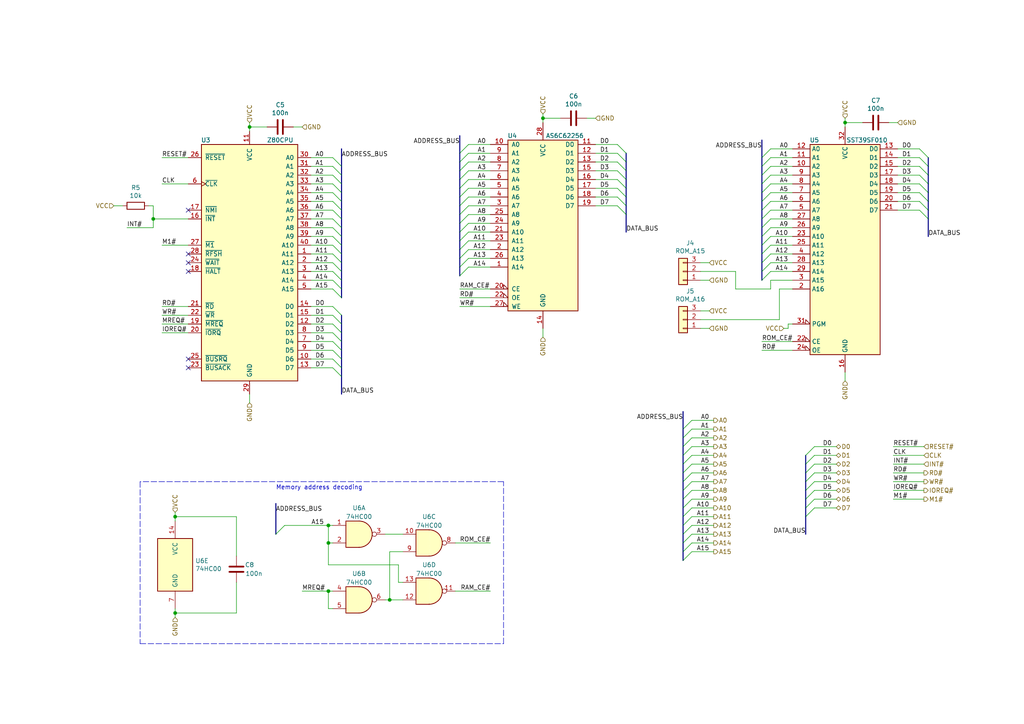
<source format=kicad_sch>
(kicad_sch (version 20211123) (generator eeschema)
  (paper "A4")
  (title_block (title "ZComputer Main System") (date "2021-10-18") (rev "v1.4") (company "Maxime Chretien") (comment 1 "mchretien@linuxmail.org"))
  (lib_symbols
    (symbol "74xx:74HC00" (pin_names (offset 1.016))
      (property "Reference" "U" (at 0 1.27 0))
      (property "Value" "74HC00" (at 0 -1.27 0))
      (symbol "74HC00_1_1"
        (arc (start 0 -3.81) (mid 3.81 0) (end 0 3.81) (stroke (width 0.254)) (fill (type background)))
        (polyline (pts (xy 0 3.81) (xy -3.81 3.81) (xy -3.81 -3.81) (xy 0 -3.81)) (stroke (width 0.254)) (fill (type background)))
        (pin input line (at -7.62 2.54 0) (length 3.81) (name "~") (number "1"))
        (pin input line (at -7.62 -2.54 0) (length 3.81) (name "~") (number "2"))
        (pin output inverted (at 7.62 0 180) (length 3.81) (name "~") (number "3"))
      )
      (symbol "74HC00_1_2"
        (arc (start -3.81 -3.81) (mid -2.589 0) (end -3.81 3.81) (stroke (width 0.254)))
        (arc (start -0.6096 -3.81) (mid 2.1842 -2.5851) (end 3.81 0) (stroke (width 0.254)) (fill (type background)))
        (polyline (pts (xy -3.81 -3.81) (xy -0.635 -3.81)) (stroke (width 0.254)) (fill (type background)))
        (polyline (pts (xy -3.81 3.81) (xy -0.635 3.81)) (stroke (width 0.254)) (fill (type background)))
        (polyline (pts (xy -0.635 3.81) (xy -3.81 3.81) (xy -3.81 3.81) (xy -3.556 3.4036) (xy -3.0226 2.2606) (xy -2.6924 1.0414) (xy -2.6162 -0.254) (xy -2.7686 -1.4986) (xy -3.175 -2.7178) (xy -3.81 -3.81) (xy -3.81 -3.81) (xy -0.635 -3.81)) (stroke (width -25.4)) (fill (type background)))
        (arc (start 3.81 0) (mid 2.1915 2.5936) (end -0.6096 3.81) (stroke (width 0.254)) (fill (type background)))
        (pin input inverted (at -7.62 2.54 0) (length 4.318) (name "~") (number "1"))
        (pin input inverted (at -7.62 -2.54 0) (length 4.318) (name "~") (number "2"))
        (pin output line (at 7.62 0 180) (length 3.81) (name "~") (number "3"))
      )
      (symbol "74HC00_2_1"
        (arc (start 0 -3.81) (mid 3.81 0) (end 0 3.81) (stroke (width 0.254)) (fill (type background)))
        (polyline (pts (xy 0 3.81) (xy -3.81 3.81) (xy -3.81 -3.81) (xy 0 -3.81)) (stroke (width 0.254)) (fill (type background)))
        (pin input line (at -7.62 2.54 0) (length 3.81) (name "~") (number "4"))
        (pin input line (at -7.62 -2.54 0) (length 3.81) (name "~") (number "5"))
        (pin output inverted (at 7.62 0 180) (length 3.81) (name "~") (number "6"))
      )
      (symbol "74HC00_2_2"
        (arc (start -3.81 -3.81) (mid -2.589 0) (end -3.81 3.81) (stroke (width 0.254)))
        (arc (start -0.6096 -3.81) (mid 2.1842 -2.5851) (end 3.81 0) (stroke (width 0.254)) (fill (type background)))
        (polyline (pts (xy -3.81 -3.81) (xy -0.635 -3.81)) (stroke (width 0.254)) (fill (type background)))
        (polyline (pts (xy -3.81 3.81) (xy -0.635 3.81)) (stroke (width 0.254)) (fill (type background)))
        (polyline (pts (xy -0.635 3.81) (xy -3.81 3.81) (xy -3.81 3.81) (xy -3.556 3.4036) (xy -3.0226 2.2606) (xy -2.6924 1.0414) (xy -2.6162 -0.254) (xy -2.7686 -1.4986) (xy -3.175 -2.7178) (xy -3.81 -3.81) (xy -3.81 -3.81) (xy -0.635 -3.81)) (stroke (width -25.4)) (fill (type background)))
        (arc (start 3.81 0) (mid 2.1915 2.5936) (end -0.6096 3.81) (stroke (width 0.254)) (fill (type background)))
        (pin input inverted (at -7.62 2.54 0) (length 4.318) (name "~") (number "4"))
        (pin input inverted (at -7.62 -2.54 0) (length 4.318) (name "~") (number "5"))
        (pin output line (at 7.62 0 180) (length 3.81) (name "~") (number "6"))
      )
      (symbol "74HC00_3_1"
        (arc (start 0 -3.81) (mid 3.81 0) (end 0 3.81) (stroke (width 0.254)) (fill (type background)))
        (polyline (pts (xy 0 3.81) (xy -3.81 3.81) (xy -3.81 -3.81) (xy 0 -3.81)) (stroke (width 0.254)) (fill (type background)))
        (pin input line (at -7.62 -2.54 0) (length 3.81) (name "~") (number "10"))
        (pin output inverted (at 7.62 0 180) (length 3.81) (name "~") (number "8"))
        (pin input line (at -7.62 2.54 0) (length 3.81) (name "~") (number "9"))
      )
      (symbol "74HC00_3_2"
        (arc (start -3.81 -3.81) (mid -2.589 0) (end -3.81 3.81) (stroke (width 0.254)))
        (arc (start -0.6096 -3.81) (mid 2.1842 -2.5851) (end 3.81 0) (stroke (width 0.254)) (fill (type background)))
        (polyline (pts (xy -3.81 -3.81) (xy -0.635 -3.81)) (stroke (width 0.254)) (fill (type background)))
        (polyline (pts (xy -3.81 3.81) (xy -0.635 3.81)) (stroke (width 0.254)) (fill (type background)))
        (polyline (pts (xy -0.635 3.81) (xy -3.81 3.81) (xy -3.81 3.81) (xy -3.556 3.4036) (xy -3.0226 2.2606) (xy -2.6924 1.0414) (xy -2.6162 -0.254) (xy -2.7686 -1.4986) (xy -3.175 -2.7178) (xy -3.81 -3.81) (xy -3.81 -3.81) (xy -0.635 -3.81)) (stroke (width -25.4)) (fill (type background)))
        (arc (start 3.81 0) (mid 2.1915 2.5936) (end -0.6096 3.81) (stroke (width 0.254)) (fill (type background)))
        (pin input inverted (at -7.62 -2.54 0) (length 4.318) (name "~") (number "10"))
        (pin output line (at 7.62 0 180) (length 3.81) (name "~") (number "8"))
        (pin input inverted (at -7.62 2.54 0) (length 4.318) (name "~") (number "9"))
      )
      (symbol "74HC00_4_1"
        (arc (start 0 -3.81) (mid 3.81 0) (end 0 3.81) (stroke (width 0.254)) (fill (type background)))
        (polyline (pts (xy 0 3.81) (xy -3.81 3.81) (xy -3.81 -3.81) (xy 0 -3.81)) (stroke (width 0.254)) (fill (type background)))
        (pin output inverted (at 7.62 0 180) (length 3.81) (name "~") (number "11"))
        (pin input line (at -7.62 2.54 0) (length 3.81) (name "~") (number "12"))
        (pin input line (at -7.62 -2.54 0) (length 3.81) (name "~") (number "13"))
      )
      (symbol "74HC00_4_2"
        (arc (start -3.81 -3.81) (mid -2.589 0) (end -3.81 3.81) (stroke (width 0.254)))
        (arc (start -0.6096 -3.81) (mid 2.1842 -2.5851) (end 3.81 0) (stroke (width 0.254)) (fill (type background)))
        (polyline (pts (xy -3.81 -3.81) (xy -0.635 -3.81)) (stroke (width 0.254)) (fill (type background)))
        (polyline (pts (xy -3.81 3.81) (xy -0.635 3.81)) (stroke (width 0.254)) (fill (type background)))
        (polyline (pts (xy -0.635 3.81) (xy -3.81 3.81) (xy -3.81 3.81) (xy -3.556 3.4036) (xy -3.0226 2.2606) (xy -2.6924 1.0414) (xy -2.6162 -0.254) (xy -2.7686 -1.4986) (xy -3.175 -2.7178) (xy -3.81 -3.81) (xy -3.81 -3.81) (xy -0.635 -3.81)) (stroke (width -25.4)) (fill (type background)))
        (arc (start 3.81 0) (mid 2.1915 2.5936) (end -0.6096 3.81) (stroke (width 0.254)) (fill (type background)))
        (pin output line (at 7.62 0 180) (length 3.81) (name "~") (number "11"))
        (pin input inverted (at -7.62 2.54 0) (length 4.318) (name "~") (number "12"))
        (pin input inverted (at -7.62 -2.54 0) (length 4.318) (name "~") (number "13"))
      )
      (symbol "74HC00_5_0"
        (pin power_in line (at 0 12.7 270) (length 5.08) (name "VCC") (number "14"))
        (pin power_in line (at 0 -12.7 90) (length 5.08) (name "GND") (number "7"))
      )
      (symbol "74HC00_5_1"
        (rectangle (start -5.08 7.62) (end 5.08 -7.62) (stroke (width 0.254)) (fill (type background)))
      )
    )
    (symbol "CPU:Z80CPU" (pin_names (offset 1.016))
      (property "Reference" "U" (at -13.97 35.56 0))
      (property "Value" "Z80CPU" (at 6.35 35.56 0))
      (symbol "Z80CPU_0_1"
        (rectangle (start -13.97 34.29) (end 13.97 -34.29) (stroke (width 0.254)) (fill (type background)))
      )
      (symbol "Z80CPU_1_1"
        (pin output line (at 17.78 2.54 180) (length 3.81) (name "A11") (number "1"))
        (pin bidirectional line (at 17.78 -27.94 180) (length 3.81) (name "D6") (number "10"))
        (pin power_in line (at 0 38.1 270) (length 3.81) (name "VCC") (number "11"))
        (pin bidirectional line (at 17.78 -17.78 180) (length 3.81) (name "D2") (number "12"))
        (pin bidirectional line (at 17.78 -30.48 180) (length 3.81) (name "D7") (number "13"))
        (pin bidirectional line (at 17.78 -12.7 180) (length 3.81) (name "D0") (number "14"))
        (pin bidirectional line (at 17.78 -15.24 180) (length 3.81) (name "D1") (number "15"))
        (pin input line (at -17.78 12.7 0) (length 3.81) (name "~{INT}") (number "16"))
        (pin input line (at -17.78 15.24 0) (length 3.81) (name "~{NMI}") (number "17"))
        (pin output line (at -17.78 -2.54 0) (length 3.81) (name "~{HALT}") (number "18"))
        (pin output line (at -17.78 -17.78 0) (length 3.81) (name "~{MREQ}") (number "19"))
        (pin output line (at 17.78 0 180) (length 3.81) (name "A12") (number "2"))
        (pin output line (at -17.78 -20.32 0) (length 3.81) (name "~{IORQ}") (number "20"))
        (pin output line (at -17.78 -12.7 0) (length 3.81) (name "~{RD}") (number "21"))
        (pin output line (at -17.78 -15.24 0) (length 3.81) (name "~{WR}") (number "22"))
        (pin output line (at -17.78 -30.48 0) (length 3.81) (name "~{BUSACK}") (number "23"))
        (pin input line (at -17.78 0 0) (length 3.81) (name "~{WAIT}") (number "24"))
        (pin input line (at -17.78 -27.94 0) (length 3.81) (name "~{BUSRQ}") (number "25"))
        (pin input line (at -17.78 30.48 0) (length 3.81) (name "~{RESET}") (number "26"))
        (pin output line (at -17.78 5.08 0) (length 3.81) (name "~{M1}") (number "27"))
        (pin output line (at -17.78 2.54 0) (length 3.81) (name "~{RFSH}") (number "28"))
        (pin power_in line (at 0 -38.1 90) (length 3.81) (name "GND") (number "29"))
        (pin output line (at 17.78 -2.54 180) (length 3.81) (name "A13") (number "3"))
        (pin output line (at 17.78 30.48 180) (length 3.81) (name "A0") (number "30"))
        (pin output line (at 17.78 27.94 180) (length 3.81) (name "A1") (number "31"))
        (pin output line (at 17.78 25.4 180) (length 3.81) (name "A2") (number "32"))
        (pin output line (at 17.78 22.86 180) (length 3.81) (name "A3") (number "33"))
        (pin output line (at 17.78 20.32 180) (length 3.81) (name "A4") (number "34"))
        (pin output line (at 17.78 17.78 180) (length 3.81) (name "A5") (number "35"))
        (pin output line (at 17.78 15.24 180) (length 3.81) (name "A6") (number "36"))
        (pin output line (at 17.78 12.7 180) (length 3.81) (name "A7") (number "37"))
        (pin output line (at 17.78 10.16 180) (length 3.81) (name "A8") (number "38"))
        (pin output line (at 17.78 7.62 180) (length 3.81) (name "A9") (number "39"))
        (pin output line (at 17.78 -5.08 180) (length 3.81) (name "A14") (number "4"))
        (pin output line (at 17.78 5.08 180) (length 3.81) (name "A10") (number "40"))
        (pin output line (at 17.78 -7.62 180) (length 3.81) (name "A15") (number "5"))
        (pin input clock (at -17.78 22.86 0) (length 3.81) (name "~{CLK}") (number "6"))
        (pin bidirectional line (at 17.78 -22.86 180) (length 3.81) (name "D4") (number "7"))
        (pin bidirectional line (at 17.78 -20.32 180) (length 3.81) (name "D3") (number "8"))
        (pin bidirectional line (at 17.78 -25.4 180) (length 3.81) (name "D5") (number "9"))
      )
    )
    (symbol "Connector_Generic:Conn_01x03" (pin_names (offset 1.016) hide)
      (property "Reference" "J" (at 0 5.08 0))
      (property "Value" "Conn_01x03" (at 0 -5.08 0))
      (symbol "Conn_01x03_1_1"
        (rectangle (start -1.27 -2.413) (end 0 -2.667) (stroke (width 0.1524)))
        (rectangle (start -1.27 0.127) (end 0 -0.127) (stroke (width 0.1524)))
        (rectangle (start -1.27 2.667) (end 0 2.413) (stroke (width 0.1524)))
        (rectangle (start -1.27 3.81) (end 1.27 -3.81) (stroke (width 0.254)) (fill (type background)))
        (pin passive line (at -5.08 2.54 0) (length 3.81) (name "Pin_1") (number "1"))
        (pin passive line (at -5.08 0 0) (length 3.81) (name "Pin_2") (number "2"))
        (pin passive line (at -5.08 -2.54 0) (length 3.81) (name "Pin_3") (number "3"))
      )
    )
    (symbol "Device:C" (pin_numbers hide) (pin_names (offset 0.254))
      (property "Reference" "C" (at 0.635 2.54 0))
      (property "Value" "C" (at 0.635 -2.54 0))
      (symbol "C_0_1"
        (polyline (pts (xy -2.032 -0.762) (xy 2.032 -0.762)) (stroke (width 0.508)))
        (polyline (pts (xy -2.032 0.762) (xy 2.032 0.762)) (stroke (width 0.508)))
      )
      (symbol "C_1_1"
        (pin passive line (at 0 3.81 270) (length 2.794) (name "~") (number "1"))
        (pin passive line (at 0 -3.81 90) (length 2.794) (name "~") (number "2"))
      )
    )
    (symbol "Device:R" (pin_numbers hide) (pin_names (offset 0))
      (property "Reference" "R" (at 2.032 0 90))
      (property "Value" "R" (at 0 0 90))
      (symbol "R_0_1"
        (rectangle (start -1.016 -2.54) (end 1.016 2.54) (stroke (width 0.254)))
      )
      (symbol "R_1_1"
        (pin passive line (at 0 3.81 270) (length 1.27) (name "~") (number "1"))
        (pin passive line (at 0 -3.81 90) (length 1.27) (name "~") (number "2"))
      )
    )
    (symbol "Perso:AS6C62256" (pin_names (offset 1.016))
      (property "Reference" "U" (at 12.7 -6.35 0))
      (property "Value" "AS6C62256" (at 17.78 -10.16 0))
      (symbol "AS6C62256_1_1"
        (rectangle (start -10.16 24.13) (end 10.16 -25.4) (stroke (width 0.254)) (fill (type background)))
        (pin input line (at -15.24 -12.7 0) (length 5.08) (name "A14") (number "1"))
        (pin input line (at -15.24 22.86 0) (length 5.08) (name "A0") (number "10"))
        (pin tri_state line (at 15.24 22.86 180) (length 5.08) (name "D0") (number "11"))
        (pin tri_state line (at 15.24 20.32 180) (length 5.08) (name "D1") (number "12"))
        (pin tri_state line (at 15.24 17.78 180) (length 5.08) (name "D2") (number "13"))
        (pin power_in line (at 0 -30.48 90) (length 5.08) (name "GND") (number "14"))
        (pin tri_state line (at 15.24 15.24 180) (length 5.08) (name "D3") (number "15"))
        (pin tri_state line (at 15.24 12.7 180) (length 5.08) (name "D4") (number "16"))
        (pin tri_state line (at 15.24 10.16 180) (length 5.08) (name "D5") (number "17"))
        (pin tri_state line (at 15.24 7.62 180) (length 5.08) (name "D6") (number "18"))
        (pin tri_state line (at 15.24 5.08 180) (length 5.08) (name "D7") (number "19"))
        (pin input line (at -15.24 -7.62 0) (length 5.08) (name "A12") (number "2"))
        (pin input input_low (at -15.24 -19.05 0) (length 5.08) (name "CE") (number "20"))
        (pin input line (at -15.24 -2.54 0) (length 5.08) (name "A10") (number "21"))
        (pin input input_low (at -15.24 -21.59 0) (length 5.08) (name "OE") (number "22"))
        (pin input line (at -15.24 -5.08 0) (length 5.08) (name "A11") (number "23"))
        (pin input line (at -15.24 0 0) (length 5.08) (name "A9") (number "24"))
        (pin input line (at -15.24 2.54 0) (length 5.08) (name "A8") (number "25"))
        (pin input line (at -15.24 -10.16 0) (length 5.08) (name "A13") (number "26"))
        (pin input input_low (at -15.24 -24.13 0) (length 5.08) (name "WE") (number "27"))
        (pin power_in line (at 0 29.21 270) (length 5.08) (name "VCC") (number "28"))
        (pin input line (at -15.24 5.08 0) (length 5.08) (name "A7") (number "3"))
        (pin input line (at -15.24 7.62 0) (length 5.08) (name "A6") (number "4"))
        (pin input line (at -15.24 10.16 0) (length 5.08) (name "A5") (number "5"))
        (pin input line (at -15.24 12.7 0) (length 5.08) (name "A4") (number "6"))
        (pin input line (at -15.24 15.24 0) (length 5.08) (name "A3") (number "7"))
        (pin input line (at -15.24 17.78 0) (length 5.08) (name "A2") (number "8"))
        (pin input line (at -15.24 20.32 0) (length 5.08) (name "A1") (number "9"))
      )
    )
    (symbol "Perso:SST39SF010"
      (property "Reference" "U" (at 2.54 33.02 0))
      (property "Value" "SST39SF010" (at 0 -30.48 0))
      (symbol "SST39SF010_0_0"
        (pin power_in line (at 0 -34.29 90) (length 5.08) (name "GND") (number "16"))
        (pin power_in line (at 0 36.83 270) (length 5.08) (name "VCC") (number "32"))
      )
      (symbol "SST39SF010_0_1"
        (rectangle (start -10.16 31.75) (end 10.16 -29.21) (stroke (width 0.254)) (fill (type background)))
      )
      (symbol "SST39SF010_1_1"
        (pin no_connect line (at -15.24 -15.24 0) (length 5.08) hide (name "NC") (number "1"))
        (pin input line (at -15.24 25.4 0) (length 5.08) (name "A2") (number "10"))
        (pin input line (at -15.24 27.94 0) (length 5.08) (name "A1") (number "11"))
        (pin input line (at -15.24 30.48 0) (length 5.08) (name "A0") (number "12"))
        (pin tri_state line (at 15.24 30.48 180) (length 5.08) (name "D0") (number "13"))
        (pin tri_state line (at 15.24 27.94 180) (length 5.08) (name "D1") (number "14"))
        (pin tri_state line (at 15.24 25.4 180) (length 5.08) (name "D2") (number "15"))
        (pin tri_state line (at 15.24 22.86 180) (length 5.08) (name "D3") (number "17"))
        (pin tri_state line (at 15.24 20.32 180) (length 5.08) (name "D4") (number "18"))
        (pin tri_state line (at 15.24 17.78 180) (length 5.08) (name "D5") (number "19"))
        (pin input line (at -15.24 -10.16 0) (length 5.08) (name "A16") (number "2"))
        (pin tri_state line (at 15.24 15.24 180) (length 5.08) (name "D6") (number "20"))
        (pin tri_state line (at 15.24 12.7 180) (length 5.08) (name "D7") (number "21"))
        (pin input input_low (at -15.24 -25.4 0) (length 5.08) (name "CE") (number "22"))
        (pin input line (at -15.24 5.08 0) (length 5.08) (name "A10") (number "23"))
        (pin input input_low (at -15.24 -27.94 0) (length 5.08) (name "OE") (number "24"))
        (pin input line (at -15.24 2.54 0) (length 5.08) (name "A11") (number "25"))
        (pin input line (at -15.24 7.62 0) (length 5.08) (name "A9") (number "26"))
        (pin input line (at -15.24 10.16 0) (length 5.08) (name "A8") (number "27"))
        (pin input line (at -15.24 -2.54 0) (length 5.08) (name "A13") (number "28"))
        (pin input line (at -15.24 -5.08 0) (length 5.08) (name "A14") (number "29"))
        (pin input line (at -15.24 -7.62 0) (length 5.08) (name "A15") (number "3"))
        (pin no_connect line (at -15.24 -12.7 0) (length 5.08) hide (name "NC") (number "30"))
        (pin input input_low (at -15.24 -20.32 0) (length 5.08) (name "PGM") (number "31"))
        (pin input line (at -15.24 0 0) (length 5.08) (name "A12") (number "4"))
        (pin input line (at -15.24 12.7 0) (length 5.08) (name "A7") (number "5"))
        (pin input line (at -15.24 15.24 0) (length 5.08) (name "A6") (number "6"))
        (pin input line (at -15.24 17.78 0) (length 5.08) (name "A5") (number "7"))
        (pin input line (at -15.24 20.32 0) (length 5.08) (name "A4") (number "8"))
        (pin input line (at -15.24 22.86 0) (length 5.08) (name "A3") (number "9"))
      )
    )
  )
  (junction (at 50.8 149.86))
  (junction (at 245.11 35.56))
  (junction (at 72.39 36.83))
  (junction (at 95.25 171.45))
  (junction (at 50.8 177.8))
  (junction (at 157.48 34.29))
  (junction (at 44.45 63.5))
  (junction (at 95.25 152.4))
  (junction (at 113.03 173.99))
  (junction (at 95.25 157.48))
  (no_connect (at 54.61 78.74))
  (no_connect (at 54.61 76.2))
  (no_connect (at 54.61 60.96))
  (no_connect (at 54.61 73.66))
  (no_connect (at 54.61 104.14))
  (no_connect (at 54.61 106.68))
  (bus_entry (at 223.52 48.26) (size -2.54 2.54))
  (bus_entry (at 200.66 139.7) (size -2.54 2.54))
  (bus_entry (at 200.66 144.78) (size -2.54 2.54))
  (bus_entry (at 96.52 58.42) (size 2.54 2.54))
  (bus_entry (at 96.52 101.6) (size 2.54 2.54))
  (bus_entry (at 179.07 46.99) (size 2.54 2.54))
  (bus_entry (at 135.89 64.77) (size -2.54 2.54))
  (bus_entry (at 96.52 104.14) (size 2.54 2.54))
  (bus_entry (at 135.89 67.31) (size -2.54 2.54))
  (bus_entry (at 266.7 53.34) (size 2.54 2.54))
  (bus_entry (at 179.07 59.69) (size 2.54 2.54))
  (bus_entry (at 135.89 62.23) (size -2.54 2.54))
  (bus_entry (at 200.66 127) (size -2.54 2.54))
  (bus_entry (at 266.7 58.42) (size 2.54 2.54))
  (bus_entry (at 96.52 68.58) (size 2.54 2.54))
  (bus_entry (at 96.52 73.66) (size 2.54 2.54))
  (bus_entry (at 96.52 81.28) (size 2.54 2.54))
  (bus_entry (at 96.52 91.44) (size 2.54 2.54))
  (bus_entry (at 236.22 132.08) (size -2.54 2.54))
  (bus_entry (at 135.89 54.61) (size -2.54 2.54))
  (bus_entry (at 236.22 137.16) (size -2.54 2.54))
  (bus_entry (at 200.66 134.62) (size -2.54 2.54))
  (bus_entry (at 135.89 57.15) (size -2.54 2.54))
  (bus_entry (at 135.89 59.69) (size -2.54 2.54))
  (bus_entry (at 200.66 160.02) (size -2.54 2.54))
  (bus_entry (at 135.89 74.93) (size -2.54 2.54))
  (bus_entry (at 223.52 76.2) (size -2.54 2.54))
  (bus_entry (at 179.07 49.53) (size 2.54 2.54))
  (bus_entry (at 135.89 72.39) (size -2.54 2.54))
  (bus_entry (at 200.66 154.94) (size -2.54 2.54))
  (bus_entry (at 96.52 53.34) (size 2.54 2.54))
  (bus_entry (at 223.52 68.58) (size -2.54 2.54))
  (bus_entry (at 200.66 147.32) (size -2.54 2.54))
  (bus_entry (at 236.22 142.24) (size -2.54 2.54))
  (bus_entry (at 223.52 60.96) (size -2.54 2.54))
  (bus_entry (at 223.52 63.5) (size -2.54 2.54))
  (bus_entry (at 135.89 46.99) (size -2.54 2.54))
  (bus_entry (at 135.89 41.91) (size -2.54 2.54))
  (bus_entry (at 96.52 99.06) (size 2.54 2.54))
  (bus_entry (at 223.52 55.88) (size -2.54 2.54))
  (bus_entry (at 82.55 152.4) (size -2.54 2.54))
  (bus_entry (at 223.52 43.18) (size -2.54 2.54))
  (bus_entry (at 266.7 43.18) (size 2.54 2.54))
  (bus_entry (at 223.52 73.66) (size -2.54 2.54))
  (bus_entry (at 135.89 44.45) (size -2.54 2.54))
  (bus_entry (at 96.52 50.8) (size 2.54 2.54))
  (bus_entry (at 266.7 55.88) (size 2.54 2.54))
  (bus_entry (at 200.66 152.4) (size -2.54 2.54))
  (bus_entry (at 200.66 132.08) (size -2.54 2.54))
  (bus_entry (at 96.52 48.26) (size 2.54 2.54))
  (bus_entry (at 266.7 48.26) (size 2.54 2.54))
  (bus_entry (at 200.66 121.92) (size -2.54 2.54))
  (bus_entry (at 200.66 124.46) (size -2.54 2.54))
  (bus_entry (at 223.52 66.04) (size -2.54 2.54))
  (bus_entry (at 179.07 44.45) (size 2.54 2.54))
  (bus_entry (at 135.89 52.07) (size -2.54 2.54))
  (bus_entry (at 179.07 57.15) (size 2.54 2.54))
  (bus_entry (at 223.52 78.74) (size -2.54 2.54))
  (bus_entry (at 236.22 134.62) (size -2.54 2.54))
  (bus_entry (at 96.52 71.12) (size 2.54 2.54))
  (bus_entry (at 96.52 63.5) (size 2.54 2.54))
  (bus_entry (at 135.89 69.85) (size -2.54 2.54))
  (bus_entry (at 96.52 83.82) (size 2.54 2.54))
  (bus_entry (at 223.52 50.8) (size -2.54 2.54))
  (bus_entry (at 135.89 49.53) (size -2.54 2.54))
  (bus_entry (at 266.7 60.96) (size 2.54 2.54))
  (bus_entry (at 200.66 149.86) (size -2.54 2.54))
  (bus_entry (at 179.07 54.61) (size 2.54 2.54))
  (bus_entry (at 96.52 93.98) (size 2.54 2.54))
  (bus_entry (at 236.22 147.32) (size -2.54 2.54))
  (bus_entry (at 179.07 52.07) (size 2.54 2.54))
  (bus_entry (at 96.52 60.96) (size 2.54 2.54))
  (bus_entry (at 266.7 45.72) (size 2.54 2.54))
  (bus_entry (at 223.52 45.72) (size -2.54 2.54))
  (bus_entry (at 266.7 50.8) (size 2.54 2.54))
  (bus_entry (at 96.52 55.88) (size 2.54 2.54))
  (bus_entry (at 200.66 157.48) (size -2.54 2.54))
  (bus_entry (at 223.52 53.34) (size -2.54 2.54))
  (bus_entry (at 135.89 77.47) (size -2.54 2.54))
  (bus_entry (at 96.52 96.52) (size 2.54 2.54))
  (bus_entry (at 200.66 137.16) (size -2.54 2.54))
  (bus_entry (at 223.52 58.42) (size -2.54 2.54))
  (bus_entry (at 236.22 139.7) (size -2.54 2.54))
  (bus_entry (at 223.52 71.12) (size -2.54 2.54))
  (bus_entry (at 200.66 129.54) (size -2.54 2.54))
  (bus_entry (at 96.52 88.9) (size 2.54 2.54))
  (bus_entry (at 236.22 144.78) (size -2.54 2.54))
  (bus_entry (at 96.52 78.74) (size 2.54 2.54))
  (bus_entry (at 96.52 76.2) (size 2.54 2.54))
  (bus_entry (at 96.52 45.72) (size 2.54 2.54))
  (bus_entry (at 96.52 66.04) (size 2.54 2.54))
  (bus_entry (at 236.22 129.54) (size -2.54 2.54))
  (bus_entry (at 179.07 41.91) (size 2.54 2.54))
  (bus_entry (at 200.66 142.24) (size -2.54 2.54))
  (bus_entry (at 96.52 106.68) (size 2.54 2.54))
  (bus (pts (xy 99.06 66.04) (xy 99.06 68.58)))
  (wire (pts (xy 46.99 91.44) (xy 54.61 91.44)))
  (wire (pts (xy 207.01 129.54) (xy 200.66 129.54)))
  (wire (pts (xy 90.17 48.26) (xy 96.52 48.26)))
  (wire (pts (xy 228.6 95.25) (xy 227.33 95.25)))
  (wire (pts (xy 96.52 171.45) (xy 95.25 171.45)))
  (wire (pts (xy 207.01 139.7) (xy 200.66 139.7)))
  (wire (pts (xy 229.87 73.66) (xy 223.52 73.66)))
  (wire (pts (xy 172.72 52.07) (xy 179.07 52.07)))
  (wire (pts (xy 229.87 63.5) (xy 223.52 63.5)))
  (bus (pts (xy 233.68 139.7) (xy 233.68 142.24)))
  (wire (pts (xy 50.8 177.8) (xy 50.8 179.07)))
  (bus (pts (xy 133.35 57.15) (xy 133.35 59.69)))
  (wire (pts (xy 142.24 44.45) (xy 135.89 44.45)))
  (wire (pts (xy 229.87 83.82) (xy 226.06 83.82)))
  (wire (pts (xy 266.7 43.18) (xy 260.35 43.18)))
  (wire (pts (xy 229.87 66.04) (xy 223.52 66.04)))
  (wire (pts (xy 142.24 41.91) (xy 135.89 41.91)))
  (wire (pts (xy 90.17 106.68) (xy 96.52 106.68)))
  (bus (pts (xy 99.06 55.88) (xy 99.06 58.42)))
  (bus (pts (xy 198.12 127) (xy 198.12 129.54)))
  (wire (pts (xy 229.87 55.88) (xy 223.52 55.88)))
  (wire (pts (xy 90.17 60.96) (xy 96.52 60.96)))
  (bus (pts (xy 198.12 134.62) (xy 198.12 137.16)))
  (wire (pts (xy 90.17 53.34) (xy 96.52 53.34)))
  (bus (pts (xy 99.06 78.74) (xy 99.06 81.28)))
  (wire (pts (xy 142.24 57.15) (xy 135.89 57.15)))
  (bus (pts (xy 133.35 62.23) (xy 133.35 64.77)))
  (wire (pts (xy 205.74 81.28) (xy 203.2 81.28)))
  (wire (pts (xy 46.99 88.9) (xy 54.61 88.9)))
  (bus (pts (xy 99.06 73.66) (xy 99.06 76.2)))
  (bus (pts (xy 181.61 44.45) (xy 181.61 46.99)))
  (wire (pts (xy 229.87 68.58) (xy 223.52 68.58)))
  (wire (pts (xy 46.99 71.12) (xy 54.61 71.12)))
  (wire (pts (xy 207.01 160.02) (xy 200.66 160.02)))
  (bus (pts (xy 181.61 46.99) (xy 181.61 49.53)))
  (wire (pts (xy 259.08 139.7) (xy 267.97 139.7)))
  (bus (pts (xy 269.24 45.72) (xy 269.24 48.26)))
  (wire (pts (xy 44.45 63.5) (xy 44.45 66.04)))
  (wire (pts (xy 267.97 142.24) (xy 259.08 142.24)))
  (wire (pts (xy 77.47 36.83) (xy 72.39 36.83)))
  (wire (pts (xy 142.24 69.85) (xy 135.89 69.85)))
  (wire (pts (xy 259.08 129.54) (xy 267.97 129.54)))
  (wire (pts (xy 203.2 76.2) (xy 205.74 76.2)))
  (wire (pts (xy 113.03 160.02) (xy 113.03 173.99)))
  (wire (pts (xy 90.17 73.66) (xy 96.52 73.66)))
  (wire (pts (xy 229.87 71.12) (xy 223.52 71.12)))
  (wire (pts (xy 43.18 59.69) (xy 44.45 59.69)))
  (wire (pts (xy 260.35 48.26) (xy 266.7 48.26)))
  (wire (pts (xy 133.35 83.82) (xy 142.24 83.82)))
  (wire (pts (xy 207.01 137.16) (xy 200.66 137.16)))
  (wire (pts (xy 132.08 171.45) (xy 142.24 171.45)))
  (wire (pts (xy 50.8 176.53) (xy 50.8 177.8)))
  (wire (pts (xy 96.52 88.9) (xy 90.17 88.9)))
  (wire (pts (xy 172.72 54.61) (xy 179.07 54.61)))
  (bus (pts (xy 198.12 139.7) (xy 198.12 142.24)))
  (bus (pts (xy 133.35 69.85) (xy 133.35 72.39)))
  (wire (pts (xy 245.11 107.95) (xy 245.11 110.49)))
  (wire (pts (xy 82.55 152.4) (xy 95.25 152.4)))
  (wire (pts (xy 113.03 173.99) (xy 111.76 173.99)))
  (wire (pts (xy 260.35 53.34) (xy 266.7 53.34)))
  (wire (pts (xy 228.6 93.98) (xy 228.6 95.25)))
  (wire (pts (xy 72.39 114.3) (xy 72.39 116.84)))
  (bus (pts (xy 99.06 76.2) (xy 99.06 78.74)))
  (wire (pts (xy 35.56 59.69) (xy 33.02 59.69)))
  (bus (pts (xy 269.24 60.96) (xy 269.24 63.5)))
  (wire (pts (xy 172.72 59.69) (xy 179.07 59.69)))
  (wire (pts (xy 116.84 160.02) (xy 113.03 160.02)))
  (bus (pts (xy 99.06 58.42) (xy 99.06 60.96)))
  (bus (pts (xy 99.06 83.82) (xy 99.06 86.36)))
  (wire (pts (xy 115.57 168.91) (xy 116.84 168.91)))
  (wire (pts (xy 172.72 46.99) (xy 179.07 46.99)))
  (wire (pts (xy 95.25 157.48) (xy 95.25 152.4)))
  (wire (pts (xy 90.17 81.28) (xy 96.52 81.28)))
  (wire (pts (xy 260.35 58.42) (xy 266.7 58.42)))
  (bus (pts (xy 99.06 43.18) (xy 99.06 48.26)))
  (wire (pts (xy 170.18 34.29) (xy 172.72 34.29)))
  (wire (pts (xy 213.36 83.82) (xy 213.36 78.74)))
  (wire (pts (xy 90.17 101.6) (xy 96.52 101.6)))
  (bus (pts (xy 198.12 154.94) (xy 198.12 157.48)))
  (wire (pts (xy 259.08 134.62) (xy 267.97 134.62)))
  (bus (pts (xy 198.12 160.02) (xy 198.12 162.56)))
  (wire (pts (xy 142.24 49.53) (xy 135.89 49.53)))
  (wire (pts (xy 132.08 157.48) (xy 142.24 157.48)))
  (wire (pts (xy 44.45 66.04) (xy 36.83 66.04)))
  (wire (pts (xy 157.48 34.29) (xy 157.48 35.56)))
  (wire (pts (xy 87.63 171.45) (xy 95.25 171.45)))
  (wire (pts (xy 207.01 121.92) (xy 200.66 121.92)))
  (wire (pts (xy 50.8 177.8) (xy 68.58 177.8)))
  (bus (pts (xy 99.06 109.22) (xy 99.06 114.3)))
  (wire (pts (xy 142.24 52.07) (xy 135.89 52.07)))
  (bus (pts (xy 198.12 124.46) (xy 198.12 127)))
  (wire (pts (xy 95.25 152.4) (xy 96.52 152.4)))
  (wire (pts (xy 90.17 71.12) (xy 96.52 71.12)))
  (wire (pts (xy 259.08 132.08) (xy 267.97 132.08)))
  (wire (pts (xy 90.17 50.8) (xy 96.52 50.8)))
  (wire (pts (xy 90.17 58.42) (xy 96.52 58.42)))
  (wire (pts (xy 207.01 154.94) (xy 200.66 154.94)))
  (wire (pts (xy 229.87 93.98) (xy 228.6 93.98)))
  (wire (pts (xy 90.17 68.58) (xy 96.52 68.58)))
  (bus (pts (xy 220.98 73.66) (xy 220.98 76.2)))
  (wire (pts (xy 250.19 35.56) (xy 245.11 35.56)))
  (bus (pts (xy 233.68 132.08) (xy 233.68 134.62)))
  (wire (pts (xy 95.25 171.45) (xy 95.25 176.53)))
  (bus (pts (xy 220.98 76.2) (xy 220.98 78.74)))
  (wire (pts (xy 257.81 35.56) (xy 260.35 35.56)))
  (polyline (pts (xy 40.64 186.69) (xy 146.05 186.69)))
  (bus (pts (xy 269.24 50.8) (xy 269.24 53.34)))
  (wire (pts (xy 90.17 99.06) (xy 96.52 99.06)))
  (bus (pts (xy 198.12 132.08) (xy 198.12 134.62)))
  (bus (pts (xy 220.98 71.12) (xy 220.98 73.66)))
  (bus (pts (xy 220.98 63.5) (xy 220.98 66.04)))
  (bus (pts (xy 133.35 67.31) (xy 133.35 69.85)))
  (wire (pts (xy 142.24 62.23) (xy 135.89 62.23)))
  (polyline (pts (xy 146.05 186.69) (xy 146.05 139.7)))
  (wire (pts (xy 68.58 177.8) (xy 68.58 168.91)))
  (bus (pts (xy 133.35 44.45) (xy 133.35 46.99)))
  (wire (pts (xy 267.97 144.78) (xy 259.08 144.78)))
  (wire (pts (xy 172.72 57.15) (xy 179.07 57.15)))
  (wire (pts (xy 229.87 53.34) (xy 223.52 53.34)))
  (bus (pts (xy 133.35 74.93) (xy 133.35 77.47)))
  (wire (pts (xy 229.87 50.8) (xy 223.52 50.8)))
  (bus (pts (xy 133.35 59.69) (xy 133.35 62.23)))
  (bus (pts (xy 181.61 57.15) (xy 181.61 59.69)))
  (wire (pts (xy 223.52 81.28) (xy 223.52 83.82)))
  (bus (pts (xy 99.06 50.8) (xy 99.06 53.34)))
  (bus (pts (xy 99.06 93.98) (xy 99.06 96.52)))
  (bus (pts (xy 220.98 66.04) (xy 220.98 68.58)))
  (bus (pts (xy 99.06 71.12) (xy 99.06 73.66)))
  (bus (pts (xy 133.35 77.47) (xy 133.35 80.01)))
  (wire (pts (xy 179.07 41.91) (xy 172.72 41.91)))
  (bus (pts (xy 269.24 58.42) (xy 269.24 60.96)))
  (wire (pts (xy 50.8 149.86) (xy 50.8 151.13)))
  (wire (pts (xy 229.87 76.2) (xy 223.52 76.2)))
  (bus (pts (xy 99.06 53.34) (xy 99.06 55.88)))
  (bus (pts (xy 198.12 157.48) (xy 198.12 160.02)))
  (wire (pts (xy 90.17 66.04) (xy 96.52 66.04)))
  (bus (pts (xy 181.61 62.23) (xy 181.61 67.31)))
  (bus (pts (xy 99.06 101.6) (xy 99.06 104.14)))
  (bus (pts (xy 181.61 52.07) (xy 181.61 54.61)))
  (bus (pts (xy 80.01 146.05) (xy 80.01 154.94)))
  (wire (pts (xy 50.8 149.86) (xy 68.58 149.86)))
  (bus (pts (xy 198.12 149.86) (xy 198.12 152.4)))
  (bus (pts (xy 220.98 68.58) (xy 220.98 71.12)))
  (wire (pts (xy 203.2 95.25) (xy 205.74 95.25)))
  (wire (pts (xy 260.35 50.8) (xy 266.7 50.8)))
  (bus (pts (xy 233.68 144.78) (xy 233.68 147.32)))
  (wire (pts (xy 90.17 96.52) (xy 96.52 96.52)))
  (bus (pts (xy 99.06 68.58) (xy 99.06 71.12)))
  (bus (pts (xy 220.98 50.8) (xy 220.98 53.34)))
  (wire (pts (xy 245.11 35.56) (xy 245.11 36.83)))
  (bus (pts (xy 198.12 119.38) (xy 198.12 124.46)))
  (wire (pts (xy 133.35 88.9) (xy 142.24 88.9)))
  (bus (pts (xy 233.68 137.16) (xy 233.68 139.7)))
  (bus (pts (xy 133.35 72.39) (xy 133.35 74.93)))
  (wire (pts (xy 242.57 139.7) (xy 236.22 139.7)))
  (wire (pts (xy 207.01 142.24) (xy 200.66 142.24)))
  (wire (pts (xy 223.52 83.82) (xy 213.36 83.82)))
  (bus (pts (xy 99.06 48.26) (xy 99.06 50.8)))
  (wire (pts (xy 226.06 92.71) (xy 203.2 92.71)))
  (bus (pts (xy 99.06 81.28) (xy 99.06 83.82)))
  (wire (pts (xy 242.57 134.62) (xy 236.22 134.62)))
  (wire (pts (xy 46.99 45.72) (xy 54.61 45.72)))
  (bus (pts (xy 220.98 45.72) (xy 220.98 48.26)))
  (wire (pts (xy 50.8 148.59) (xy 50.8 149.86)))
  (polyline (pts (xy 40.64 139.7) (xy 40.64 186.69)))
  (wire (pts (xy 142.24 59.69) (xy 135.89 59.69)))
  (bus (pts (xy 198.12 137.16) (xy 198.12 139.7)))
  (bus (pts (xy 233.68 149.86) (xy 233.68 154.94)))
  (wire (pts (xy 260.35 60.96) (xy 266.7 60.96)))
  (wire (pts (xy 68.58 149.86) (xy 68.58 161.29)))
  (bus (pts (xy 269.24 48.26) (xy 269.24 50.8)))
  (bus (pts (xy 220.98 55.88) (xy 220.98 58.42)))
  (wire (pts (xy 46.99 93.98) (xy 54.61 93.98)))
  (bus (pts (xy 198.12 142.24) (xy 198.12 144.78)))
  (wire (pts (xy 90.17 91.44) (xy 96.52 91.44)))
  (wire (pts (xy 133.35 86.36) (xy 142.24 86.36)))
  (wire (pts (xy 172.72 44.45) (xy 179.07 44.45)))
  (wire (pts (xy 162.56 34.29) (xy 157.48 34.29)))
  (bus (pts (xy 220.98 78.74) (xy 220.98 81.28)))
  (wire (pts (xy 207.01 152.4) (xy 200.66 152.4)))
  (wire (pts (xy 142.24 77.47) (xy 135.89 77.47)))
  (wire (pts (xy 111.76 154.94) (xy 116.84 154.94)))
  (bus (pts (xy 181.61 49.53) (xy 181.61 52.07)))
  (bus (pts (xy 269.24 63.5) (xy 269.24 68.58)))
  (wire (pts (xy 142.24 74.93) (xy 135.89 74.93)))
  (wire (pts (xy 72.39 35.56) (xy 72.39 36.83)))
  (wire (pts (xy 142.24 72.39) (xy 135.89 72.39)))
  (wire (pts (xy 242.57 137.16) (xy 236.22 137.16)))
  (wire (pts (xy 207.01 157.48) (xy 200.66 157.48)))
  (bus (pts (xy 220.98 58.42) (xy 220.98 60.96)))
  (wire (pts (xy 242.57 147.32) (xy 236.22 147.32)))
  (bus (pts (xy 133.35 52.07) (xy 133.35 54.61)))
  (wire (pts (xy 226.06 83.82) (xy 226.06 92.71)))
  (polyline (pts (xy 146.05 139.7) (xy 40.64 139.7)))
  (wire (pts (xy 207.01 149.86) (xy 200.66 149.86)))
  (wire (pts (xy 259.08 137.16) (xy 267.97 137.16)))
  (wire (pts (xy 90.17 76.2) (xy 96.52 76.2)))
  (wire (pts (xy 85.09 36.83) (xy 87.63 36.83)))
  (bus (pts (xy 198.12 129.54) (xy 198.12 132.08)))
  (wire (pts (xy 260.35 45.72) (xy 266.7 45.72)))
  (wire (pts (xy 207.01 134.62) (xy 200.66 134.62)))
  (wire (pts (xy 116.84 173.99) (xy 113.03 173.99)))
  (bus (pts (xy 198.12 147.32) (xy 198.12 149.86)))
  (wire (pts (xy 46.99 53.34) (xy 54.61 53.34)))
  (wire (pts (xy 90.17 83.82) (xy 96.52 83.82)))
  (wire (pts (xy 90.17 45.72) (xy 96.52 45.72)))
  (wire (pts (xy 213.36 78.74) (xy 203.2 78.74)))
  (bus (pts (xy 198.12 152.4) (xy 198.12 154.94)))
  (wire (pts (xy 46.99 96.52) (xy 54.61 96.52)))
  (wire (pts (xy 229.87 78.74) (xy 223.52 78.74)))
  (bus (pts (xy 220.98 60.96) (xy 220.98 63.5)))
  (bus (pts (xy 233.68 142.24) (xy 233.68 144.78)))
  (wire (pts (xy 115.57 163.83) (xy 115.57 168.91)))
  (wire (pts (xy 207.01 132.08) (xy 200.66 132.08)))
  (wire (pts (xy 242.57 142.24) (xy 236.22 142.24)))
  (wire (pts (xy 229.87 48.26) (xy 223.52 48.26)))
  (bus (pts (xy 220.98 53.34) (xy 220.98 55.88)))
  (wire (pts (xy 260.35 55.88) (xy 266.7 55.88)))
  (bus (pts (xy 220.98 40.64) (xy 220.98 45.72)))
  (wire (pts (xy 142.24 54.61) (xy 135.89 54.61)))
  (wire (pts (xy 242.57 144.78) (xy 236.22 144.78)))
  (wire (pts (xy 229.87 45.72) (xy 223.52 45.72)))
  (bus (pts (xy 220.98 48.26) (xy 220.98 50.8)))
  (bus (pts (xy 133.35 46.99) (xy 133.35 49.53)))
  (bus (pts (xy 99.06 99.06) (xy 99.06 101.6)))
  (wire (pts (xy 142.24 67.31) (xy 135.89 67.31)))
  (wire (pts (xy 44.45 59.69) (xy 44.45 63.5)))
  (bus (pts (xy 269.24 55.88) (xy 269.24 58.42)))
  (bus (pts (xy 181.61 54.61) (xy 181.61 57.15)))
  (bus (pts (xy 233.68 147.32) (xy 233.68 149.86)))
  (bus (pts (xy 99.06 91.44) (xy 99.06 93.98)))
  (bus (pts (xy 133.35 49.53) (xy 133.35 52.07)))
  (wire (pts (xy 95.25 157.48) (xy 95.25 163.83)))
  (bus (pts (xy 99.06 104.14) (xy 99.06 106.68)))
  (bus (pts (xy 99.06 63.5) (xy 99.06 66.04)))
  (bus (pts (xy 198.12 144.78) (xy 198.12 147.32)))
  (wire (pts (xy 236.22 129.54) (xy 242.57 129.54)))
  (wire (pts (xy 207.01 147.32) (xy 200.66 147.32)))
  (bus (pts (xy 133.35 54.61) (xy 133.35 57.15)))
  (wire (pts (xy 95.25 176.53) (xy 96.52 176.53)))
  (wire (pts (xy 142.24 46.99) (xy 135.89 46.99)))
  (wire (pts (xy 220.98 99.06) (xy 229.87 99.06)))
  (bus (pts (xy 233.68 134.62) (xy 233.68 137.16)))
  (bus (pts (xy 99.06 96.52) (xy 99.06 99.06)))
  (wire (pts (xy 229.87 60.96) (xy 223.52 60.96)))
  (wire (pts (xy 72.39 36.83) (xy 72.39 38.1)))
  (wire (pts (xy 44.45 63.5) (xy 54.61 63.5)))
  (wire (pts (xy 242.57 132.08) (xy 236.22 132.08)))
  (wire (pts (xy 90.17 55.88) (xy 96.52 55.88)))
  (wire (pts (xy 172.72 49.53) (xy 179.07 49.53)))
  (wire (pts (xy 229.87 58.42) (xy 223.52 58.42)))
  (bus (pts (xy 99.06 60.96) (xy 99.06 63.5)))
  (wire (pts (xy 207.01 144.78) (xy 200.66 144.78)))
  (wire (pts (xy 207.01 124.46) (xy 200.66 124.46)))
  (wire (pts (xy 95.25 163.83) (xy 115.57 163.83)))
  (bus (pts (xy 133.35 39.37) (xy 133.35 44.45)))
  (wire (pts (xy 90.17 104.14) (xy 96.52 104.14)))
  (bus (pts (xy 269.24 53.34) (xy 269.24 55.88)))
  (wire (pts (xy 229.87 43.18) (xy 223.52 43.18)))
  (wire (pts (xy 90.17 93.98) (xy 96.52 93.98)))
  (wire (pts (xy 245.11 34.29) (xy 245.11 35.56)))
  (wire (pts (xy 96.52 157.48) (xy 95.25 157.48)))
  (wire (pts (xy 157.48 33.02) (xy 157.48 34.29)))
  (wire (pts (xy 207.01 127) (xy 200.66 127)))
  (wire (pts (xy 220.98 101.6) (xy 229.87 101.6)))
  (wire (pts (xy 223.52 81.28) (xy 229.87 81.28)))
  (wire (pts (xy 90.17 78.74) (xy 96.52 78.74)))
  (wire (pts (xy 142.24 64.77) (xy 135.89 64.77)))
  (wire (pts (xy 90.17 63.5) (xy 96.52 63.5)))
  (bus (pts (xy 99.06 106.68) (xy 99.06 109.22)))
  (wire (pts (xy 205.74 90.17) (xy 203.2 90.17)))
  (bus (pts (xy 181.61 59.69) (xy 181.61 62.23)))
  (bus (pts (xy 133.35 64.77) (xy 133.35 67.31)))
  (wire (pts (xy 157.48 95.25) (xy 157.48 97.79)))
  (text "Memory address decoding" (at 80.01 142.24 0) (effects (font (size 1.27 1.27)) (justify left bottom)))
  (label "D0" (at 241.3 129.54 180))
  (label "A14" (at 91.44 81.28 0))
  (label "ADDRESS_BUS" (at 198.12 121.92 180))
  (label "D2" (at 261.62 48.26 0))
  (label "A2" (at 140.97 46.99 180))
  (label "D0" (at 173.99 41.91 0))
  (label "A6" (at 140.97 57.15 180))
  (label "MREQ#" (at 87.63 171.45 0))
  (label "A2" (at 205.74 127 180))
  (label "A9" (at 91.44 68.58 0))
  (label "D1" (at 241.3 132.08 180))
  (label "RESET#" (at 259.08 129.54 0))
  (label "D4" (at 261.62 53.34 0))
  (label "IOREQ#" (at 46.99 96.52 0))
  (label "DATA_BUS" (at 99.06 114.3 0))
  (label "D7" (at 91.44 106.68 0))
  (label "ADDRESS_BUS" (at 99.06 45.72 0))
  (label "M1#" (at 259.08 144.78 0))
  (label "D6" (at 241.3 144.78 180))
  (label "A8" (at 91.44 66.04 0))
  (label "RD#" (at 133.35 86.36 0))
  (label "D6" (at 173.99 57.15 0))
  (label "A7" (at 228.6 60.96 180))
  (label "A1" (at 228.6 45.72 180))
  (label "INT#" (at 36.83 66.04 0))
  (label "A6" (at 91.44 60.96 0))
  (label "CLK" (at 46.99 53.34 0))
  (label "MREQ#" (at 46.99 93.98 0))
  (label "RAM_CE#" (at 133.35 83.82 0))
  (label "D1" (at 173.99 44.45 0))
  (label "D3" (at 91.44 96.52 0))
  (label "A0" (at 91.44 45.72 0))
  (label "A8" (at 228.6 63.5 180))
  (label "A0" (at 140.97 41.91 180))
  (label "D5" (at 91.44 101.6 0))
  (label "A5" (at 228.6 55.88 180))
  (label "D7" (at 261.62 60.96 0))
  (label "A14" (at 228.6 78.74 180))
  (label "A15" (at 91.44 83.82 0))
  (label "D1" (at 261.62 45.72 0))
  (label "D2" (at 173.99 46.99 0))
  (label "A5" (at 205.74 134.62 180))
  (label "DATA_BUS" (at 181.61 67.31 0))
  (label "A8" (at 205.74 142.24 180))
  (label "D7" (at 173.99 59.69 0))
  (label "A10" (at 205.74 147.32 180))
  (label "A4" (at 205.74 132.08 180))
  (label "A14" (at 205.74 157.48 180))
  (label "A9" (at 228.6 66.04 180))
  (label "D5" (at 261.62 55.88 0))
  (label "A13" (at 228.6 76.2 180))
  (label "DATA_BUS" (at 233.68 154.94 180))
  (label "D7" (at 241.3 147.32 180))
  (label "A11" (at 205.74 149.86 180))
  (label "INT#" (at 259.08 134.62 0))
  (label "D4" (at 241.3 139.7 180))
  (label "A13" (at 91.44 78.74 0))
  (label "A2" (at 228.6 48.26 180))
  (label "A4" (at 228.6 53.34 180))
  (label "A7" (at 205.74 139.7 180))
  (label "A7" (at 140.97 59.69 180))
  (label "A9" (at 140.97 64.77 180))
  (label "ADDRESS_BUS" (at 220.98 43.18 180))
  (label "ADDRESS_BUS" (at 80.01 148.59 0))
  (label "A10" (at 228.6 68.58 180))
  (label "D3" (at 173.99 49.53 0))
  (label "A6" (at 205.74 137.16 180))
  (label "D2" (at 241.3 134.62 180))
  (label "ROM_CE#" (at 220.98 99.06 0))
  (label "D4" (at 91.44 99.06 0))
  (label "A1" (at 140.97 44.45 180))
  (label "D6" (at 261.62 58.42 0))
  (label "M1#" (at 46.99 71.12 0))
  (label "RESET#" (at 46.99 45.72 0))
  (label "A12" (at 205.74 152.4 180))
  (label "A2" (at 91.44 50.8 0))
  (label "A1" (at 91.44 48.26 0))
  (label "ADDRESS_BUS" (at 133.35 41.91 180))
  (label "A11" (at 228.6 71.12 180))
  (label "D1" (at 91.44 91.44 0))
  (label "IOREQ#" (at 259.08 142.24 0))
  (label "A12" (at 91.44 76.2 0))
  (label "A10" (at 140.97 67.31 180))
  (label "DATA_BUS" (at 269.24 68.58 0))
  (label "A6" (at 228.6 58.42 180))
  (label "A15" (at 205.74 160.02 180))
  (label "A15" (at 93.98 152.4 180))
  (label "D6" (at 91.44 104.14 0))
  (label "A0" (at 228.6 43.18 180))
  (label "D0" (at 91.44 88.9 0))
  (label "A9" (at 205.74 144.78 180))
  (label "A12" (at 140.97 72.39 180))
  (label "RAM_CE#" (at 142.24 171.45 180))
  (label "A13" (at 140.97 74.93 180))
  (label "A5" (at 91.44 58.42 0))
  (label "A14" (at 140.97 77.47 180))
  (label "D3" (at 261.62 50.8 0))
  (label "WR#" (at 133.35 88.9 0))
  (label "D2" (at 91.44 93.98 0))
  (label "A4" (at 91.44 55.88 0))
  (label "A5" (at 140.97 54.61 180))
  (label "A12" (at 228.6 73.66 180))
  (label "A3" (at 205.74 129.54 180))
  (label "A11" (at 140.97 69.85 180))
  (label "A0" (at 205.74 121.92 180))
  (label "RD#" (at 46.99 88.9 0))
  (label "A1" (at 205.74 124.46 180))
  (label "D5" (at 173.99 54.61 0))
  (label "A8" (at 140.97 62.23 180))
  (label "RD#" (at 259.08 137.16 0))
  (label "WR#" (at 259.08 139.7 0))
  (label "RD#" (at 220.98 101.6 0))
  (label "A13" (at 205.74 154.94 180))
  (label "D5" (at 241.3 142.24 180))
  (label "A7" (at 91.44 63.5 0))
  (label "A10" (at 91.44 71.12 0))
  (label "A3" (at 140.97 49.53 180))
  (label "A3" (at 228.6 50.8 180))
  (label "A11" (at 91.44 73.66 0))
  (label "A4" (at 140.97 52.07 180))
  (label "D0" (at 261.62 43.18 0))
  (label "CLK" (at 259.08 132.08 0))
  (label "A3" (at 91.44 53.34 0))
  (label "D4" (at 173.99 52.07 0))
  (label "WR#" (at 46.99 91.44 0))
  (label "ROM_CE#" (at 142.24 157.48 180))
  (label "D3" (at 241.3 137.16 180))
  (hierarchical_label "WR#" (shape output) (at 267.97 139.7 0))
  (hierarchical_label "A10" (shape output) (at 207.01 147.32 0))
  (hierarchical_label "VCC" (shape input) (at 50.8 148.59 90))
  (hierarchical_label "A15" (shape output) (at 207.01 160.02 0))
  (hierarchical_label "A2" (shape output) (at 207.01 127 0))
  (hierarchical_label "A4" (shape output) (at 207.01 132.08 0))
  (hierarchical_label "VCC" (shape input) (at 72.39 35.56 90))
  (hierarchical_label "GND" (shape input) (at 87.63 36.83 0))
  (hierarchical_label "A11" (shape output) (at 207.01 149.86 0))
  (hierarchical_label "A5" (shape output) (at 207.01 134.62 0))
  (hierarchical_label "GND" (shape input) (at 50.8 179.07 270))
  (hierarchical_label "D4" (shape bidirectional) (at 242.57 139.7 0))
  (hierarchical_label "GND" (shape input) (at 260.35 35.56 0))
  (hierarchical_label "VCC" (shape input) (at 205.74 90.17 0))
  (hierarchical_label "D2" (shape bidirectional) (at 242.57 134.62 0))
  (hierarchical_label "IOREQ#" (shape output) (at 267.97 142.24 0))
  (hierarchical_label "A12" (shape output) (at 207.01 152.4 0))
  (hierarchical_label "GND" (shape input) (at 245.11 110.49 270))
  (hierarchical_label "A3" (shape output) (at 207.01 129.54 0))
  (hierarchical_label "D5" (shape bidirectional) (at 242.57 142.24 0))
  (hierarchical_label "A6" (shape output) (at 207.01 137.16 0))
  (hierarchical_label "A0" (shape output) (at 207.01 121.92 0))
  (hierarchical_label "A9" (shape output) (at 207.01 144.78 0))
  (hierarchical_label "VCC" (shape input) (at 227.33 95.25 180))
  (hierarchical_label "A13" (shape output) (at 207.01 154.94 0))
  (hierarchical_label "RD#" (shape output) (at 267.97 137.16 0))
  (hierarchical_label "GND" (shape input) (at 205.74 81.28 0))
  (hierarchical_label "VCC" (shape input) (at 245.11 34.29 90))
  (hierarchical_label "GND" (shape input) (at 157.48 97.79 270))
  (hierarchical_label "D1" (shape bidirectional) (at 242.57 132.08 0))
  (hierarchical_label "M1#" (shape output) (at 267.97 144.78 0))
  (hierarchical_label "A8" (shape output) (at 207.01 142.24 0))
  (hierarchical_label "D6" (shape bidirectional) (at 242.57 144.78 0))
  (hierarchical_label "VCC" (shape input) (at 157.48 33.02 90))
  (hierarchical_label "GND" (shape input) (at 172.72 34.29 0))
  (hierarchical_label "D7" (shape bidirectional) (at 242.57 147.32 0))
  (hierarchical_label "D3" (shape bidirectional) (at 242.57 137.16 0))
  (hierarchical_label "CLK" (shape input) (at 267.97 132.08 0))
  (hierarchical_label "VCC" (shape input) (at 33.02 59.69 180))
  (hierarchical_label "VCC" (shape input) (at 205.74 76.2 0))
  (hierarchical_label "A14" (shape output) (at 207.01 157.48 0))
  (hierarchical_label "GND" (shape input) (at 72.39 116.84 270))
  (hierarchical_label "RESET#" (shape input) (at 267.97 129.54 0))
  (hierarchical_label "A1" (shape output) (at 207.01 124.46 0))
  (hierarchical_label "GND" (shape input) (at 205.74 95.25 0))
  (hierarchical_label "INT#" (shape input) (at 267.97 134.62 0))
  (hierarchical_label "D0" (shape bidirectional) (at 242.57 129.54 0))
  (hierarchical_label "A7" (shape output) (at 207.01 139.7 0))
  (symbol (lib_id "74xx:74HC00") (at 104.14 154.94 0) (unit 1)
    (property "Reference" "U6" (at 104.14 147.32 0))
    (property "Value" "74HC00" (at 104.14 149.86 0))
    (property "Datasheet" "http://www.ti.com/lit/gpn/sn74hc00" (effects hide))
  )
  (symbol (lib_id "74xx:74HC00") (at 104.14 173.99 0) (unit 2)
    (property "Reference" "U6" (at 104.14 166.37 0))
    (property "Value" "74HC00" (at 104.14 168.91 0))
    (property "Datasheet" "http://www.ti.com/lit/gpn/sn74hc00" (effects hide))
  )
  (symbol (lib_id "74xx:74HC00") (at 124.46 157.48 0) (mirror x) (unit 3)
    (property "Reference" "U6" (at 124.46 149.86 0))
    (property "Value" "74HC00" (at 124.46 152.4 0))
    (property "Datasheet" "http://www.ti.com/lit/gpn/sn74hc00" (effects hide))
  )
  (symbol (lib_id "74xx:74HC00") (at 124.46 171.45 0) (mirror x) (unit 4)
    (property "Reference" "U6" (at 124.46 163.83 0))
    (property "Value" "74HC00" (at 124.46 166.37 0))
    (property "Datasheet" "http://www.ti.com/lit/gpn/sn74hc00" (effects hide))
  )
  (symbol (lib_id "74xx:74HC00") (at 50.8 163.83 0) (unit 5)
    (property "Reference" "U6" (at 56.642 162.6616 0) (effects (justify left)))
    (property "Value" "74HC00" (at 56.642 164.973 0) (effects (justify left)))
    (property "Datasheet" "http://www.ti.com/lit/gpn/sn74hc00" (effects hide))
  )
  (symbol (lib_id "CPU:Z80CPU") (at 72.39 76.2 0) (unit 1)
    (property "Reference" "U3" (at 59.69 40.64 0))
    (property "Value" "Z80CPU" (at 81.28 40.64 0))
    (property "Datasheet" "www.zilog.com/manage_directlink.php?filepath=docs/z80/um0080" (effects hide))
  )
  (symbol (lib_id "Perso:AS6C62256") (at 157.48 64.77 0) (unit 1)
    (property "Reference" "U4" (at 148.59 39.37 0))
    (property "Value" "AS6C62256" (at 163.83 39.37 0))
  )
  (symbol (lib_id "Perso:SST39SF010") (at 245.11 73.66 0) (unit 1)
    (property "Reference" "U5" (at 236.22 40.64 0))
    (property "Value" "SST39SF010" (at 251.46 40.64 0))
    (property "Datasheet" "http://ww1.microchip.com/downloads/en/DeviceDoc/25022B.pdf" (effects hide))
  )
  (symbol (lib_id "Device:C") (at 81.28 36.83 270) (unit 1)
    (property "Reference" "C5" (at 81.28 30.4292 90))
    (property "Value" "100n" (at 81.28 32.7406 90))
  )
  (symbol (lib_id "Device:C") (at 166.37 34.29 270) (unit 1)
    (property "Reference" "C6" (at 166.37 27.8892 90))
    (property "Value" "100n" (at 166.37 30.2006 90))
  )
  (symbol (lib_id "Device:C") (at 254 35.56 270) (unit 1)
    (property "Reference" "C7" (at 254 29.1592 90))
    (property "Value" "100n" (at 254 31.4706 90))
  )
  (symbol (lib_id "Connector_Generic:Conn_01x03") (at 198.12 78.74 180) (unit 1)
    (property "Reference" "J4" (at 200.2028 70.485 0))
    (property "Value" "ROM_A15" (at 200.2028 72.7964 0))
  )
  (symbol (lib_id "Connector_Generic:Conn_01x03") (at 198.12 92.71 180) (unit 1)
    (property "Reference" "J5" (at 200.2028 84.455 0))
    (property "Value" "ROM_A16" (at 200.2028 86.7664 0))
  )
  (symbol (lib_id "Device:C") (at 68.58 165.1 180) (unit 1)
    (property "Reference" "C8" (at 72.39 163.83 0))
    (property "Value" "100n" (at 73.66 166.37 0))
  )
  (symbol (lib_id "Device:R") (at 39.37 59.69 270) (unit 1)
    (property "Reference" "R5" (at 39.37 54.4322 90))
    (property "Value" "10k" (at 39.37 56.7436 90))
  )
)
</source>
